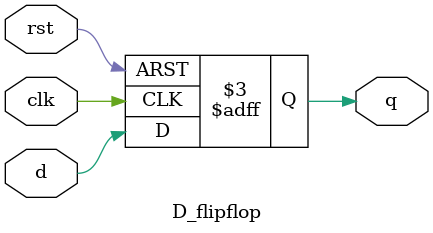
<source format=v>
`timescale 1ns / 1ps


module D_flipflop (
  input clk,
  rst,
  input d,
  output reg q
  );

  always@(posedge clk or negedge rst) begin
    if(!rst) q<=0;
    else q<=d;
  end
  
endmodule

</source>
